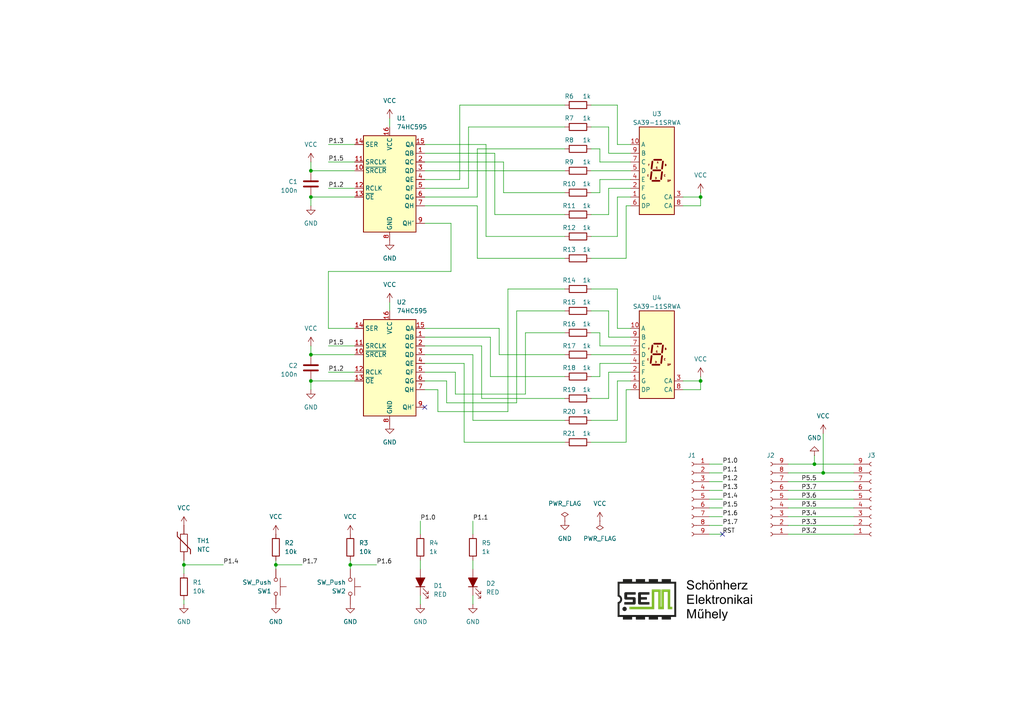
<source format=kicad_sch>
(kicad_sch (version 20231120) (generator "eeschema") (generator_version "8.0")
  (paper "A4")
  (title_block (title "SEM tanfolyam alappanel") (rev "A"))
  (lib_symbols
    (symbol "74xx:74HC595"
      (property "Reference" "U" (at -7.62 13.97 0))
      (property "Value" "74HC595" (at -7.62 -16.51 0))
      (symbol "74HC595_1_0"
        (pin tri_state line (at 10.16 7.62 180) (length 2.54) (name "QB") (number "1"))
        (pin input line (at -10.16 2.54 0) (length 2.54) (name "~{SRCLR}") (number "10"))
        (pin input line (at -10.16 5.08 0) (length 2.54) (name "SRCLK") (number "11"))
        (pin input line (at -10.16 -2.54 0) (length 2.54) (name "RCLK") (number "12"))
        (pin input line (at -10.16 -5.08 0) (length 2.54) (name "~{OE}") (number "13"))
        (pin input line (at -10.16 10.16 0) (length 2.54) (name "SER") (number "14"))
        (pin tri_state line (at 10.16 10.16 180) (length 2.54) (name "QA") (number "15"))
        (pin power_in line (at 0 15.24 270) (length 2.54) (name "VCC") (number "16"))
        (pin tri_state line (at 10.16 5.08 180) (length 2.54) (name "QC") (number "2"))
        (pin tri_state line (at 10.16 2.54 180) (length 2.54) (name "QD") (number "3"))
        (pin tri_state line (at 10.16 0 180) (length 2.54) (name "QE") (number "4"))
        (pin tri_state line (at 10.16 -2.54 180) (length 2.54) (name "QF") (number "5"))
        (pin tri_state line (at 10.16 -5.08 180) (length 2.54) (name "QG") (number "6"))
        (pin tri_state line (at 10.16 -7.62 180) (length 2.54) (name "QH") (number "7"))
        (pin power_in line (at 0 -17.78 90) (length 2.54) (name "GND") (number "8"))
        (pin output line (at 10.16 -12.7 180) (length 2.54) (name "QH'") (number "9"))
      )
      (symbol "74HC595_1_1"
        (rectangle (start -7.62 12.7) (end 7.62 -15.24) (stroke (width 0.254)) (fill (type background)))
      )
    )
    (symbol "Connector:Conn_01x09_Socket" (pin_names (offset 1.016) hide)
      (property "Reference" "J" (at 0 12.7 0))
      (property "Value" "Conn_01x09_Socket" (at 0 -12.7 0))
      (symbol "Conn_01x09_Socket_1_1"
        (arc (start 0 -9.652) (mid -0.5058 -10.16) (end 0 -10.668) (stroke (width 0.1524)))
        (arc (start 0 -7.112) (mid -0.5058 -7.62) (end 0 -8.128) (stroke (width 0.1524)))
        (arc (start 0 -4.572) (mid -0.5058 -5.08) (end 0 -5.588) (stroke (width 0.1524)))
        (arc (start 0 -2.032) (mid -0.5058 -2.54) (end 0 -3.048) (stroke (width 0.1524)))
        (polyline (pts (xy -1.27 -10.16) (xy -0.508 -10.16)) (stroke (width 0.1524)))
        (polyline (pts (xy -1.27 -7.62) (xy -0.508 -7.62)) (stroke (width 0.1524)))
        (polyline (pts (xy -1.27 -5.08) (xy -0.508 -5.08)) (stroke (width 0.1524)))
        (polyline (pts (xy -1.27 -2.54) (xy -0.508 -2.54)) (stroke (width 0.1524)))
        (polyline (pts (xy -1.27 0) (xy -0.508 0)) (stroke (width 0.1524)))
        (polyline (pts (xy -1.27 2.54) (xy -0.508 2.54)) (stroke (width 0.1524)))
        (polyline (pts (xy -1.27 5.08) (xy -0.508 5.08)) (stroke (width 0.1524)))
        (polyline (pts (xy -1.27 7.62) (xy -0.508 7.62)) (stroke (width 0.1524)))
        (polyline (pts (xy -1.27 10.16) (xy -0.508 10.16)) (stroke (width 0.1524)))
        (arc (start 0 0.508) (mid -0.5058 0) (end 0 -0.508) (stroke (width 0.1524)))
        (arc (start 0 3.048) (mid -0.5058 2.54) (end 0 2.032) (stroke (width 0.1524)))
        (arc (start 0 5.588) (mid -0.5058 5.08) (end 0 4.572) (stroke (width 0.1524)))
        (arc (start 0 8.128) (mid -0.5058 7.62) (end 0 7.112) (stroke (width 0.1524)))
        (arc (start 0 10.668) (mid -0.5058 10.16) (end 0 9.652) (stroke (width 0.1524)))
        (pin passive line (at -5.08 10.16 0) (length 3.81) (name "Pin_1") (number "1"))
        (pin passive line (at -5.08 7.62 0) (length 3.81) (name "Pin_2") (number "2"))
        (pin passive line (at -5.08 5.08 0) (length 3.81) (name "Pin_3") (number "3"))
        (pin passive line (at -5.08 2.54 0) (length 3.81) (name "Pin_4") (number "4"))
        (pin passive line (at -5.08 0 0) (length 3.81) (name "Pin_5") (number "5"))
        (pin passive line (at -5.08 -2.54 0) (length 3.81) (name "Pin_6") (number "6"))
        (pin passive line (at -5.08 -5.08 0) (length 3.81) (name "Pin_7") (number "7"))
        (pin passive line (at -5.08 -7.62 0) (length 3.81) (name "Pin_8") (number "8"))
        (pin passive line (at -5.08 -10.16 0) (length 3.81) (name "Pin_9") (number "9"))
      )
    )
    (symbol "Device:C" (pin_numbers hide) (pin_names (offset 0.254))
      (property "Reference" "C" (at 0.635 2.54 0))
      (property "Value" "C" (at 0.635 -2.54 0))
      (symbol "C_0_1"
        (polyline (pts (xy -2.032 -0.762) (xy 2.032 -0.762)) (stroke (width 0.508)))
        (polyline (pts (xy -2.032 0.762) (xy 2.032 0.762)) (stroke (width 0.508)))
      )
      (symbol "C_1_1"
        (pin passive line (at 0 3.81 270) (length 2.794) (name "~") (number "1"))
        (pin passive line (at 0 -3.81 90) (length 2.794) (name "~") (number "2"))
      )
    )
    (symbol "Device:LED_Filled" (pin_numbers hide) (pin_names (offset 1.016) hide)
      (property "Reference" "D" (at 0 2.54 0))
      (property "Value" "LED_Filled" (at 0 -2.54 0))
      (symbol "LED_Filled_0_1"
        (polyline (pts (xy -1.27 -1.27) (xy -1.27 1.27)) (stroke (width 0.254)))
        (polyline (pts (xy -1.27 0) (xy 1.27 0)))
        (polyline (pts (xy 1.27 -1.27) (xy 1.27 1.27) (xy -1.27 0) (xy 1.27 -1.27)) (stroke (width 0.254)) (fill (type outline)))
        (polyline (pts (xy -3.048 -0.762) (xy -4.572 -2.286) (xy -3.81 -2.286) (xy -4.572 -2.286) (xy -4.572 -1.524)))
        (polyline (pts (xy -1.778 -0.762) (xy -3.302 -2.286) (xy -2.54 -2.286) (xy -3.302 -2.286) (xy -3.302 -1.524)))
      )
      (symbol "LED_Filled_1_1"
        (pin passive line (at -3.81 0 0) (length 2.54) (name "K") (number "1"))
        (pin passive line (at 3.81 0 180) (length 2.54) (name "A") (number "2"))
      )
    )
    (symbol "Device:R" (pin_numbers hide) (pin_names (offset 0))
      (property "Reference" "R" (at 2.032 0 90))
      (property "Value" "R" (at 0 0 90))
      (symbol "R_0_1"
        (rectangle (start -1.016 -2.54) (end 1.016 2.54) (stroke (width 0.254)))
      )
      (symbol "R_1_1"
        (pin passive line (at 0 3.81 270) (length 1.27) (name "~") (number "1"))
        (pin passive line (at 0 -3.81 90) (length 1.27) (name "~") (number "2"))
      )
    )
    (symbol "Device:Thermistor" (pin_numbers hide) (pin_names (offset 0))
      (property "Reference" "TH" (at 2.54 1.27 90))
      (property "Value" "Thermistor" (at -2.54 0 90))
      (symbol "Thermistor_0_1"
        (rectangle (start -1.016 2.54) (end 1.016 -2.54) (stroke (width 0.2032)))
        (polyline (pts (xy -1.905 3.175) (xy -1.905 1.905) (xy 1.905 -1.905) (xy 1.905 -3.175) (xy 1.905 -3.175)) (stroke (width 0.254)))
      )
      (symbol "Thermistor_1_1"
        (pin passive line (at 0 5.08 270) (length 2.54) (name "~") (number "1"))
        (pin passive line (at 0 -5.08 90) (length 2.54) (name "~") (number "2"))
      )
    )
    (symbol "Display_Character:SA39-11SRWA"
      (property "Reference" "U" (at -3.81 13.97 0))
      (property "Value" "SA39-11SRWA" (at 6.35 13.97 0))
      (symbol "SA39-11SRWA_1_0"
        (text "A" (at 0.254 2.413 0) (effects (font (size 0.508 0.508))))
        (text "B" (at 2.54 1.651 0) (effects (font (size 0.508 0.508))))
        (text "C" (at 2.286 -1.397 0) (effects (font (size 0.508 0.508))))
        (text "D" (at -0.254 -2.159 0) (effects (font (size 0.508 0.508))))
        (text "DP" (at 3.556 -2.921 0) (effects (font (size 0.508 0.508))))
        (text "E" (at -2.54 -1.397 0) (effects (font (size 0.508 0.508))))
        (text "F" (at -2.286 1.651 0) (effects (font (size 0.508 0.508))))
        (text "G" (at 0 0.889 0) (effects (font (size 0.508 0.508))))
      )
      (symbol "SA39-11SRWA_1_1"
        (rectangle (start -5.08 12.7) (end 5.08 -12.7) (stroke (width 0.254)) (fill (type background)))
        (polyline (pts (xy -1.524 -0.381) (xy -1.778 -2.413)) (stroke (width 0.508)))
        (polyline (pts (xy -1.27 -2.921) (xy 0.762 -2.921)) (stroke (width 0.508)))
        (polyline (pts (xy -1.27 2.667) (xy -1.524 0.635)) (stroke (width 0.508)))
        (polyline (pts (xy -1.016 0.127) (xy 1.016 0.127)) (stroke (width 0.508)))
        (polyline (pts (xy -0.762 3.175) (xy 1.27 3.175)) (stroke (width 0.508)))
        (polyline (pts (xy 1.524 -0.381) (xy 1.27 -2.413)) (stroke (width 0.508)))
        (polyline (pts (xy 1.778 2.667) (xy 1.524 0.635)) (stroke (width 0.508)))
        (polyline (pts (xy 2.54 -2.921) (xy 2.54 -2.921)) (stroke (width 0.508)))
        (pin input line (at -7.62 -7.62 0) (length 2.54) (name "G") (number "1"))
        (pin input line (at -7.62 7.62 0) (length 2.54) (name "A") (number "10"))
        (pin input line (at -7.62 -5.08 0) (length 2.54) (name "F") (number "2"))
        (pin input line (at 7.62 -7.62 180) (length 2.54) (name "CA") (number "3"))
        (pin input line (at -7.62 -2.54 0) (length 2.54) (name "E") (number "4"))
        (pin input line (at -7.62 0 0) (length 2.54) (name "D") (number "5"))
        (pin input line (at -7.62 -10.16 0) (length 2.54) (name "DP") (number "6"))
        (pin input line (at -7.62 2.54 0) (length 2.54) (name "C") (number "7"))
        (pin input line (at 7.62 -10.16 180) (length 2.54) (name "CA") (number "8"))
        (pin input line (at -7.62 5.08 0) (length 2.54) (name "B") (number "9"))
      )
    )
    (symbol "Switch:SW_Push" (pin_numbers hide) (pin_names (offset 1.016) hide)
      (property "Reference" "SW" (at 1.27 2.54 0))
      (property "Value" "SW_Push" (at 0 -1.524 0))
      (symbol "SW_Push_0_1"
        (circle (center -2.032 0) (radius 0.508))
        (polyline (pts (xy 0 1.27) (xy 0 3.048)))
        (polyline (pts (xy 2.54 1.27) (xy -2.54 1.27)))
        (circle (center 2.032 0) (radius 0.508))
        (pin passive line (at -5.08 0 0) (length 2.54) (name "1") (number "1"))
        (pin passive line (at 5.08 0 180) (length 2.54) (name "2") (number "2"))
      )
    )
    (symbol "power:GND" (power) (pin_numbers hide) (pin_names (offset 0) hide)
      (property "Value" "GND" (at 0 -3.81 0))
      (symbol "GND_0_1"
        (polyline (pts (xy 0 0) (xy 0 -1.27) (xy 1.27 -1.27) (xy 0 -2.54) (xy -1.27 -1.27) (xy 0 -1.27)))
      )
      (symbol "GND_1_1"
        (pin power_in line (at 0 0 270) (length 0) (name "~") (number "1"))
      )
    )
    (symbol "power:PWR_FLAG" (power) (pin_numbers hide) (pin_names (offset 0) hide)
      (property "Value" "PWR_FLAG" (at 0 3.81 0))
      (symbol "PWR_FLAG_0_0"
        (pin power_out line (at 0 0 90) (length 0) (name "~") (number "1"))
      )
      (symbol "PWR_FLAG_0_1"
        (polyline (pts (xy 0 0) (xy 0 1.27) (xy -1.016 1.905) (xy 0 2.54) (xy 1.016 1.905) (xy 0 1.27)))
      )
    )
    (symbol "power:VCC" (power) (pin_numbers hide) (pin_names (offset 0) hide)
      (property "Value" "VCC" (at 0 3.556 0))
      (symbol "VCC_0_1"
        (polyline (pts (xy -0.762 1.27) (xy 0 2.54)))
        (polyline (pts (xy 0 0) (xy 0 2.54)))
        (polyline (pts (xy 0 2.54) (xy 0.762 1.27)))
      )
      (symbol "VCC_1_1"
        (pin power_in line (at 0 0 90) (length 0) (name "~") (number "1"))
      )
    )
  )
  (junction (at 90.17 57.15))
  (junction (at 203.2 57.15))
  (junction (at 238.76 137.16))
  (junction (at 203.2 110.49))
  (junction (at 53.34 163.83))
  (junction (at 90.17 110.49))
  (junction (at 236.22 134.62))
  (junction (at 90.17 49.53))
  (junction (at 80.01 163.83))
  (junction (at 90.17 102.87))
  (junction (at 101.6 163.83))
  (no_connect (at 123.19 118.11))
  (no_connect (at 209.55 154.94))
  (wire (pts (xy 171.45 55.88) (xy 173.99 55.88)))
  (wire (pts (xy 171.45 121.92) (xy 179.07 121.92)))
  (wire (pts (xy 134.62 128.27) (xy 163.83 128.27)))
  (wire (pts (xy 198.12 110.49) (xy 203.2 110.49)))
  (wire (pts (xy 90.17 46.99) (xy 90.17 49.53)))
  (wire (pts (xy 90.17 49.53) (xy 102.87 49.53)))
  (wire (pts (xy 152.4 114.3) (xy 132.08 114.3)))
  (wire (pts (xy 80.01 163.83) (xy 87.63 163.83)))
  (wire (pts (xy 127 119.38) (xy 127 113.03)))
  (wire (pts (xy 90.17 102.87) (xy 102.87 102.87)))
  (wire (pts (xy 173.99 100.33) (xy 182.88 100.33)))
  (wire (pts (xy 102.87 110.49) (xy 90.17 110.49)))
  (wire (pts (xy 171.45 30.48) (xy 179.07 30.48)))
  (wire (pts (xy 80.01 163.83) (xy 80.01 165.1)))
  (wire (pts (xy 95.25 107.95) (xy 102.87 107.95)))
  (wire (pts (xy 171.45 90.17) (xy 176.53 90.17)))
  (wire (pts (xy 90.17 110.49) (xy 90.17 113.03)))
  (wire (pts (xy 95.25 78.74) (xy 95.25 95.25)))
  (wire (pts (xy 176.53 97.79) (xy 182.88 97.79)))
  (wire (pts (xy 139.7 115.57) (xy 163.83 115.57)))
  (wire (pts (xy 173.99 96.52) (xy 173.99 100.33)))
  (wire (pts (xy 121.92 172.72) (xy 121.92 175.26)))
  (wire (pts (xy 171.45 115.57) (xy 176.53 115.57)))
  (wire (pts (xy 179.07 30.48) (xy 179.07 41.91)))
  (wire (pts (xy 179.07 110.49) (xy 182.88 110.49)))
  (wire (pts (xy 53.34 162.56) (xy 53.34 163.83)))
  (wire (pts (xy 171.45 62.23) (xy 176.53 62.23)))
  (wire (pts (xy 121.92 151.13) (xy 121.92 154.94)))
  (wire (pts (xy 228.6 152.4) (xy 247.65 152.4)))
  (wire (pts (xy 152.4 96.52) (xy 152.4 114.3)))
  (wire (pts (xy 113.03 87.63) (xy 113.03 90.17)))
  (wire (pts (xy 205.74 147.32) (xy 209.55 147.32)))
  (wire (pts (xy 176.53 44.45) (xy 182.88 44.45)))
  (wire (pts (xy 181.61 59.69) (xy 182.88 59.69)))
  (wire (pts (xy 152.4 96.52) (xy 163.83 96.52)))
  (wire (pts (xy 236.22 134.62) (xy 228.6 134.62)))
  (wire (pts (xy 90.17 57.15) (xy 90.17 59.69)))
  (wire (pts (xy 101.6 162.56) (xy 101.6 163.83)))
  (wire (pts (xy 137.16 102.87) (xy 137.16 121.92)))
  (wire (pts (xy 179.07 57.15) (xy 182.88 57.15)))
  (wire (pts (xy 138.43 43.18) (xy 163.83 43.18)))
  (wire (pts (xy 238.76 137.16) (xy 228.6 137.16)))
  (wire (pts (xy 123.19 100.33) (xy 139.7 100.33)))
  (wire (pts (xy 132.08 114.3) (xy 132.08 107.95)))
  (wire (pts (xy 146.05 46.99) (xy 123.19 46.99)))
  (wire (pts (xy 205.74 144.78) (xy 209.55 144.78)))
  (wire (pts (xy 176.53 62.23) (xy 176.53 54.61)))
  (wire (pts (xy 198.12 57.15) (xy 203.2 57.15)))
  (wire (pts (xy 123.19 59.69) (xy 138.43 59.69)))
  (wire (pts (xy 203.2 110.49) (xy 203.2 109.22)))
  (wire (pts (xy 147.32 83.82) (xy 163.83 83.82)))
  (wire (pts (xy 138.43 74.93) (xy 163.83 74.93)))
  (wire (pts (xy 53.34 163.83) (xy 53.34 166.37)))
  (wire (pts (xy 130.81 64.77) (xy 130.81 78.74)))
  (wire (pts (xy 205.74 154.94) (xy 209.55 154.94)))
  (wire (pts (xy 137.16 102.87) (xy 123.19 102.87)))
  (wire (pts (xy 171.45 128.27) (xy 181.61 128.27)))
  (wire (pts (xy 137.16 172.72) (xy 137.16 175.26)))
  (wire (pts (xy 135.89 36.83) (xy 163.83 36.83)))
  (wire (pts (xy 138.43 57.15) (xy 138.43 43.18)))
  (wire (pts (xy 144.78 102.87) (xy 144.78 95.25)))
  (wire (pts (xy 205.74 134.62) (xy 209.55 134.62)))
  (wire (pts (xy 130.81 78.74) (xy 95.25 78.74)))
  (wire (pts (xy 149.86 116.84) (xy 129.54 116.84)))
  (wire (pts (xy 137.16 151.13) (xy 137.16 154.94)))
  (wire (pts (xy 101.6 163.83) (xy 109.22 163.83)))
  (wire (pts (xy 135.89 54.61) (xy 123.19 54.61)))
  (wire (pts (xy 132.08 107.95) (xy 123.19 107.95)))
  (wire (pts (xy 198.12 59.69) (xy 203.2 59.69)))
  (wire (pts (xy 95.25 54.61) (xy 102.87 54.61)))
  (wire (pts (xy 171.45 36.83) (xy 176.53 36.83)))
  (wire (pts (xy 123.19 64.77) (xy 130.81 64.77)))
  (wire (pts (xy 137.16 165.1) (xy 137.16 162.56)))
  (wire (pts (xy 149.86 90.17) (xy 163.83 90.17)))
  (wire (pts (xy 144.78 95.25) (xy 123.19 95.25)))
  (wire (pts (xy 142.24 97.79) (xy 123.19 97.79)))
  (wire (pts (xy 238.76 125.73) (xy 238.76 137.16)))
  (wire (pts (xy 133.35 52.07) (xy 133.35 30.48)))
  (wire (pts (xy 123.19 110.49) (xy 129.54 110.49)))
  (wire (pts (xy 173.99 52.07) (xy 182.88 52.07)))
  (wire (pts (xy 163.83 102.87) (xy 144.78 102.87)))
  (wire (pts (xy 143.51 44.45) (xy 123.19 44.45)))
  (wire (pts (xy 179.07 41.91) (xy 182.88 41.91)))
  (wire (pts (xy 90.17 100.33) (xy 90.17 102.87)))
  (wire (pts (xy 123.19 52.07) (xy 133.35 52.07)))
  (wire (pts (xy 95.25 46.99) (xy 102.87 46.99)))
  (wire (pts (xy 171.45 83.82) (xy 179.07 83.82)))
  (wire (pts (xy 176.53 90.17) (xy 176.53 97.79)))
  (wire (pts (xy 198.12 113.03) (xy 203.2 113.03)))
  (wire (pts (xy 181.61 128.27) (xy 181.61 113.03)))
  (wire (pts (xy 173.99 55.88) (xy 173.99 52.07)))
  (wire (pts (xy 171.45 74.93) (xy 181.61 74.93)))
  (wire (pts (xy 228.6 139.7) (xy 247.65 139.7)))
  (wire (pts (xy 173.99 43.18) (xy 173.99 46.99)))
  (wire (pts (xy 205.74 152.4) (xy 209.55 152.4)))
  (wire (pts (xy 228.6 154.94) (xy 247.65 154.94)))
  (wire (pts (xy 147.32 119.38) (xy 127 119.38)))
  (wire (pts (xy 95.25 41.91) (xy 102.87 41.91)))
  (wire (pts (xy 236.22 134.62) (xy 236.22 132.08)))
  (wire (pts (xy 228.6 144.78) (xy 247.65 144.78)))
  (wire (pts (xy 133.35 30.48) (xy 163.83 30.48)))
  (wire (pts (xy 146.05 46.99) (xy 146.05 55.88)))
  (wire (pts (xy 228.6 149.86) (xy 247.65 149.86)))
  (wire (pts (xy 102.87 57.15) (xy 90.17 57.15)))
  (wire (pts (xy 127 113.03) (xy 123.19 113.03)))
  (wire (pts (xy 121.92 165.1) (xy 121.92 162.56)))
  (wire (pts (xy 53.34 163.83) (xy 64.77 163.83)))
  (wire (pts (xy 171.45 102.87) (xy 182.88 102.87)))
  (wire (pts (xy 205.74 149.86) (xy 209.55 149.86)))
  (wire (pts (xy 203.2 59.69) (xy 203.2 57.15)))
  (wire (pts (xy 179.07 83.82) (xy 179.07 95.25)))
  (wire (pts (xy 80.01 162.56) (xy 80.01 163.83)))
  (wire (pts (xy 134.62 105.41) (xy 134.62 128.27)))
  (wire (pts (xy 176.53 107.95) (xy 182.88 107.95)))
  (wire (pts (xy 137.16 121.92) (xy 163.83 121.92)))
  (wire (pts (xy 171.45 96.52) (xy 173.99 96.52)))
  (wire (pts (xy 205.74 139.7) (xy 209.55 139.7)))
  (wire (pts (xy 171.45 109.22) (xy 173.99 109.22)))
  (wire (pts (xy 203.2 113.03) (xy 203.2 110.49)))
  (wire (pts (xy 179.07 68.58) (xy 179.07 57.15)))
  (wire (pts (xy 176.53 115.57) (xy 176.53 107.95)))
  (wire (pts (xy 181.61 74.93) (xy 181.61 59.69)))
  (wire (pts (xy 143.51 62.23) (xy 163.83 62.23)))
  (wire (pts (xy 135.89 36.83) (xy 135.89 54.61)))
  (wire (pts (xy 95.25 100.33) (xy 102.87 100.33)))
  (wire (pts (xy 101.6 163.83) (xy 101.6 165.1)))
  (wire (pts (xy 171.45 68.58) (xy 179.07 68.58)))
  (wire (pts (xy 53.34 173.99) (xy 53.34 175.26)))
  (wire (pts (xy 179.07 95.25) (xy 182.88 95.25)))
  (wire (pts (xy 147.32 83.82) (xy 147.32 119.38)))
  (wire (pts (xy 171.45 49.53) (xy 182.88 49.53)))
  (wire (pts (xy 173.99 109.22) (xy 173.99 105.41)))
  (wire (pts (xy 176.53 54.61) (xy 182.88 54.61)))
  (wire (pts (xy 113.03 34.29) (xy 113.03 36.83)))
  (wire (pts (xy 142.24 109.22) (xy 163.83 109.22)))
  (wire (pts (xy 171.45 43.18) (xy 173.99 43.18)))
  (wire (pts (xy 205.74 142.24) (xy 209.55 142.24)))
  (wire (pts (xy 228.6 147.32) (xy 247.65 147.32)))
  (wire (pts (xy 173.99 46.99) (xy 182.88 46.99)))
  (wire (pts (xy 149.86 90.17) (xy 149.86 116.84)))
  (wire (pts (xy 143.51 44.45) (xy 143.51 62.23)))
  (wire (pts (xy 138.43 59.69) (xy 138.43 74.93)))
  (wire (pts (xy 205.74 137.16) (xy 209.55 137.16)))
  (wire (pts (xy 181.61 113.03) (xy 182.88 113.03)))
  (wire (pts (xy 139.7 100.33) (xy 139.7 115.57)))
  (wire (pts (xy 203.2 57.15) (xy 203.2 55.88)))
  (wire (pts (xy 179.07 121.92) (xy 179.07 110.49)))
  (wire (pts (xy 140.97 41.91) (xy 140.97 68.58)))
  (wire (pts (xy 146.05 55.88) (xy 163.83 55.88)))
  (wire (pts (xy 95.25 95.25) (xy 102.87 95.25)))
  (wire (pts (xy 129.54 116.84) (xy 129.54 110.49)))
  (wire (pts (xy 176.53 36.83) (xy 176.53 44.45)))
  (wire (pts (xy 123.19 49.53) (xy 163.83 49.53)))
  (wire (pts (xy 142.24 109.22) (xy 142.24 97.79)))
  (wire (pts (xy 236.22 134.62) (xy 247.65 134.62)))
  (wire (pts (xy 228.6 142.24) (xy 247.65 142.24)))
  (wire (pts (xy 173.99 105.41) (xy 182.88 105.41)))
  (wire (pts (xy 140.97 41.91) (xy 123.19 41.91)))
  (wire (pts (xy 123.19 105.41) (xy 134.62 105.41)))
  (wire (pts (xy 140.97 68.58) (xy 163.83 68.58)))
  (wire (pts (xy 123.19 57.15) (xy 138.43 57.15)))
  (wire (pts (xy 238.76 137.16) (xy 247.65 137.16)))
  (image (at 199.39 173.99) (scale 0.135674))
  (label "P1.2" (at 209.55 139.7 0))
  (label "P1.1" (at 209.55 137.16 0))
  (label "P1.5" (at 95.25 46.99 0))
  (label "P1.1" (at 137.16 151.13 0))
  (label "P1.5" (at 209.55 147.32 0))
  (label "P1.2" (at 95.25 54.61 0))
  (label "P1.7" (at 209.55 152.4 0))
  (label "P1.2" (at 95.25 107.95 0))
  (label "P1.4" (at 209.55 144.78 0))
  (label "P3.6" (at 232.41 144.78 0))
  (label "P3.7" (at 232.41 142.24 0))
  (label "P3.4" (at 232.41 149.86 0))
  (label "P1.5" (at 95.25 100.33 0))
  (label "P1.7" (at 87.63 163.83 0))
  (label "P1.3" (at 95.25 41.91 0))
  (label "P1.6" (at 209.55 149.86 0))
  (label "RST" (at 209.55 154.94 0))
  (label "P3.3" (at 232.41 152.4 0))
  (label "P1.3" (at 209.55 142.24 0))
  (label "P1.0" (at 209.55 134.62 0))
  (label "P1.0" (at 121.92 151.13 0))
  (label "P3.5" (at 232.41 147.32 0))
  (label "P1.6" (at 109.22 163.83 0))
  (label "P1.4" (at 64.77 163.83 0))
  (label "P3.2" (at 232.41 154.94 0))
  (label "P5.5" (at 232.41 139.7 0))
  (symbol (lib_id "Display_Character:SA39-11SRWA") (at 190.5 49.53 0) (unit 1)
    (property "Reference" "U3" (at 190.5 33.02 0))
    (property "Value" "SA39-11SRWA" (at 190.5 35.56 0))
    (property "Footprint" "Display_7Segment:Sx39-1xxxxx" (effects (hide yes)))
    (property "Datasheet" "http://www.kingbrightusa.com/images/catalog/SPEC/sa39-11srwa.pdf" (effects (hide yes)))
  )
  (symbol (lib_id "Device:R") (at 80.01 158.75 0) (unit 1)
    (property "Reference" "R2" (at 82.55 157.4799 0) (effects (justify left)))
    (property "Value" "10k" (at 82.55 160.0199 0) (effects (justify left)))
    (property "Footprint" "Resistor_SMD:R_1206_3216Metric_Pad1.30x1.75mm_HandSolder" (effects (hide yes)))
  )
  (symbol (lib_id "Display_Character:SA39-11SRWA") (at 190.5 102.87 0) (unit 1)
    (property "Reference" "U4" (at 190.5 86.36 0))
    (property "Value" "SA39-11SRWA" (at 190.5 88.9 0))
    (property "Footprint" "Display_7Segment:Sx39-1xxxxx" (effects (hide yes)))
    (property "Datasheet" "http://www.kingbrightusa.com/images/catalog/SPEC/sa39-11srwa.pdf" (effects (hide yes)))
  )
  (symbol (lib_id "Device:R") (at 167.64 96.52 90) (unit 1)
    (property "Reference" "R16" (at 165.1 93.98 90))
    (property "Value" "1k" (at 170.18 93.98 90))
    (property "Footprint" "Resistor_SMD:R_1206_3216Metric_Pad1.30x1.75mm_HandSolder" (effects (hide yes)))
  )
  (symbol (lib_id "Device:R") (at 167.64 68.58 90) (unit 1)
    (property "Reference" "R12" (at 165.1 66.04 90))
    (property "Value" "1k" (at 170.18 66.04 90))
    (property "Footprint" "Resistor_SMD:R_1206_3216Metric_Pad1.30x1.75mm_HandSolder" (effects (hide yes)))
  )
  (symbol (lib_id "power:VCC") (at 203.2 55.88 0) (unit 1)
    (property "Reference" "#PWR03" (effects (hide yes)))
    (property "Value" "VCC" (at 203.2 50.8 0))
    (property "Description" "Power symbol creates a global label with name \"VCC\"" (effects (hide yes)))
  )
  (symbol (lib_id "power:GND") (at 121.92 175.26 0) (unit 1)
    (property "Reference" "#PWR015" (effects (hide yes)))
    (property "Value" "GND" (at 121.92 180.34 0))
    (property "Description" "Power symbol creates a global label with name \"GND\" , ground" (effects (hide yes)))
  )
  (symbol (lib_id "power:VCC") (at 90.17 100.33 0) (unit 1)
    (property "Reference" "#PWR011" (effects (hide yes)))
    (property "Value" "VCC" (at 90.17 95.25 0))
    (property "Description" "Power symbol creates a global label with name \"VCC\"" (effects (hide yes)))
  )
  (symbol (lib_id "power:GND") (at 90.17 59.69 0) (unit 1)
    (property "Reference" "#PWR02" (effects (hide yes)))
    (property "Value" "GND" (at 90.17 64.77 0))
    (property "Description" "Power symbol creates a global label with name \"GND\" , ground" (effects (hide yes)))
  )
  (symbol (lib_id "Device:R") (at 167.64 83.82 90) (unit 1)
    (property "Reference" "R14" (at 165.1 81.28 90))
    (property "Value" "1k" (at 170.18 81.28 90))
    (property "Footprint" "Resistor_SMD:R_1206_3216Metric_Pad1.30x1.75mm_HandSolder" (effects (hide yes)))
  )
  (symbol (lib_id "Device:LED_Filled") (at 137.16 168.91 90) (unit 1)
    (property "Reference" "D2" (at 140.97 169.2274 90) (effects (justify right)))
    (property "Value" "RED" (at 140.97 171.7674 90) (effects (justify right)))
    (property "Footprint" "LED_THT:LED_D5.0mm" (effects (hide yes)))
  )
  (symbol (lib_id "Connector:Conn_01x09_Socket") (at 200.66 144.78 0) (mirror y) (unit 1)
    (property "Reference" "J1" (at 200.66 132.08 0))
    (property "Value" "Connector" (effects (hide yes)))
    (property "Footprint" "Connector_PinSocket_2.54mm:PinSocket_1x09_P2.54mm_Vertical" (effects (hide yes)))
  )
  (symbol (lib_id "power:VCC") (at 173.99 151.13 0) (unit 1)
    (property "Reference" "#PWR022" (effects (hide yes)))
    (property "Value" "VCC" (at 173.99 146.05 0))
    (property "Description" "Power symbol creates a global label with name \"VCC\"" (effects (hide yes)))
  )
  (symbol (lib_id "power:VCC") (at 203.2 109.22 0) (unit 1)
    (property "Reference" "#PWR01" (effects (hide yes)))
    (property "Value" "VCC" (at 203.2 104.14 0))
    (property "Description" "Power symbol creates a global label with name \"VCC\"" (effects (hide yes)))
  )
  (symbol (lib_id "power:VCC") (at 113.03 34.29 0) (unit 1)
    (property "Reference" "#PWR05" (effects (hide yes)))
    (property "Value" "VCC" (at 113.03 29.21 0))
    (property "Description" "Power symbol creates a global label with name \"VCC\"" (effects (hide yes)))
  )
  (symbol (lib_id "Device:R") (at 167.64 43.18 90) (unit 1)
    (property "Reference" "R8" (at 165.1 40.64 90))
    (property "Value" "1k" (at 170.18 40.64 90))
    (property "Footprint" "Resistor_SMD:R_1206_3216Metric_Pad1.30x1.75mm_HandSolder" (effects (hide yes)))
  )
  (symbol (lib_id "power:GND") (at 90.17 113.03 0) (unit 1)
    (property "Reference" "#PWR06" (effects (hide yes)))
    (property "Value" "GND" (at 90.17 118.11 0))
    (property "Description" "Power symbol creates a global label with name \"GND\" , ground" (effects (hide yes)))
  )
  (symbol (lib_id "Device:R") (at 167.64 121.92 90) (unit 1)
    (property "Reference" "R20" (at 165.1 119.38 90))
    (property "Value" "1k" (at 170.18 119.38 90))
    (property "Footprint" "Resistor_SMD:R_1206_3216Metric_Pad1.30x1.75mm_HandSolder" (effects (hide yes)))
  )
  (symbol (lib_id "Connector:Conn_01x09_Socket") (at 252.73 144.78 0) (mirror x) (unit 1)
    (property "Reference" "J3" (at 252.73 132.08 0))
    (property "Value" "Connector" (effects (hide yes)))
    (property "Footprint" "Connector_PinHeader_2.54mm:PinHeader_1x09_P2.54mm_Vertical" (effects (hide yes)))
  )
  (symbol (lib_id "power:GND") (at 53.34 175.26 0) (unit 1)
    (property "Reference" "#PWR021" (effects (hide yes)))
    (property "Value" "GND" (at 53.34 180.34 0))
    (property "Description" "Power symbol creates a global label with name \"GND\" , ground" (effects (hide yes)))
  )
  (symbol (lib_id "power:PWR_FLAG") (at 163.83 151.13 0) (unit 1)
    (property "Reference" "#FLG02" (effects (hide yes)))
    (property "Value" "PWR_FLAG" (at 163.83 146.05 0))
    (property "Description" "Special symbol for telling ERC where power comes from" (effects (hide yes)))
  )
  (symbol (lib_id "Device:R") (at 121.92 158.75 0) (unit 1)
    (property "Reference" "R4" (at 124.46 157.4799 0) (effects (justify left)))
    (property "Value" "1k" (at 124.46 160.0199 0) (effects (justify left)))
    (property "Footprint" "Resistor_SMD:R_1206_3216Metric_Pad1.30x1.75mm_HandSolder" (effects (hide yes)))
  )
  (symbol (lib_id "Device:C") (at 90.17 53.34 0) (unit 1)
    (property "Reference" "C1" (at 86.36 52.705 0) (effects (justify right)))
    (property "Value" "100n" (at 86.36 55.245 0) (effects (justify right)))
    (property "Footprint" "Capacitor_SMD:C_1206_3216Metric_Pad1.33x1.80mm_HandSolder" (effects (hide yes)))
  )
  (symbol (lib_id "Device:R") (at 101.6 158.75 0) (unit 1)
    (property "Reference" "R3" (at 104.14 157.4799 0) (effects (justify left)))
    (property "Value" "10k" (at 104.14 160.0199 0) (effects (justify left)))
    (property "Footprint" "Resistor_SMD:R_1206_3216Metric_Pad1.30x1.75mm_HandSolder" (effects (hide yes)))
  )
  (symbol (lib_id "Connector:Conn_01x09_Socket") (at 223.52 144.78 180) (unit 1)
    (property "Reference" "J2" (at 223.52 132.08 0))
    (property "Value" "Connector" (effects (hide yes)))
    (property "Footprint" "Connector_PinSocket_2.54mm:PinSocket_1x09_P2.54mm_Vertical" (effects (hide yes)))
  )
  (symbol (lib_id "Device:R") (at 167.64 128.27 90) (unit 1)
    (property "Reference" "R21" (at 165.1 125.73 90))
    (property "Value" "1k" (at 170.18 125.73 90))
    (property "Footprint" "Resistor_SMD:R_1206_3216Metric_Pad1.30x1.75mm_HandSolder" (effects (hide yes)))
  )
  (symbol (lib_id "Device:R") (at 167.64 102.87 90) (unit 1)
    (property "Reference" "R17" (at 165.1 100.33 90))
    (property "Value" "1k" (at 170.18 100.33 90))
    (property "Footprint" "Resistor_SMD:R_1206_3216Metric_Pad1.30x1.75mm_HandSolder" (effects (hide yes)))
  )
  (symbol (lib_id "Device:R") (at 167.64 115.57 90) (unit 1)
    (property "Reference" "R19" (at 165.1 113.03 90))
    (property "Value" "1k" (at 170.18 113.03 90))
    (property "Footprint" "Resistor_SMD:R_1206_3216Metric_Pad1.30x1.75mm_HandSolder" (effects (hide yes)))
  )
  (symbol (lib_id "Device:R") (at 167.64 109.22 90) (unit 1)
    (property "Reference" "R18" (at 165.1 106.68 90))
    (property "Value" "1k" (at 170.18 106.68 90))
    (property "Footprint" "Resistor_SMD:R_1206_3216Metric_Pad1.30x1.75mm_HandSolder" (effects (hide yes)))
  )
  (symbol (lib_id "Device:LED_Filled") (at 121.92 168.91 90) (unit 1)
    (property "Reference" "D1" (at 125.73 169.8625 90) (effects (justify right)))
    (property "Value" "RED" (at 125.73 172.4025 90) (effects (justify right)))
    (property "Footprint" "LED_THT:LED_D5.0mm" (effects (hide yes)))
  )
  (symbol (lib_id "power:GND") (at 113.03 69.85 0) (unit 1)
    (property "Reference" "#PWR04" (effects (hide yes)))
    (property "Value" "GND" (at 113.03 74.93 0))
    (property "Description" "Power symbol creates a global label with name \"GND\" , ground" (effects (hide yes)))
  )
  (symbol (lib_id "power:GND") (at 236.22 132.08 180) (unit 1)
    (property "Reference" "#PWR012" (effects (hide yes)))
    (property "Value" "GND" (at 236.22 127 0))
    (property "Description" "Power symbol creates a global label with name \"GND\" , ground" (effects (hide yes)))
  )
  (symbol (lib_id "Device:R") (at 167.64 62.23 90) (unit 1)
    (property "Reference" "R11" (at 165.1 59.69 90))
    (property "Value" "1k" (at 170.18 59.69 90))
    (property "Footprint" "Resistor_SMD:R_1206_3216Metric_Pad1.30x1.75mm_HandSolder" (effects (hide yes)))
  )
  (symbol (lib_id "Device:R") (at 167.64 36.83 90) (unit 1)
    (property "Reference" "R7" (at 165.1 34.29 90))
    (property "Value" "1k" (at 170.18 34.29 90))
    (property "Footprint" "Resistor_SMD:R_1206_3216Metric_Pad1.30x1.75mm_HandSolder" (effects (hide yes)))
  )
  (symbol (lib_id "Device:R") (at 167.64 55.88 90) (unit 1)
    (property "Reference" "R10" (at 165.1 53.34 90))
    (property "Value" "1k" (at 170.18 53.34 90))
    (property "Footprint" "Resistor_SMD:R_1206_3216Metric_Pad1.30x1.75mm_HandSolder" (effects (hide yes)))
  )
  (symbol (lib_id "power:GND") (at 80.01 175.26 0) (unit 1)
    (property "Reference" "#PWR019" (effects (hide yes)))
    (property "Value" "GND" (at 80.01 180.34 0))
    (property "Description" "Power symbol creates a global label with name \"GND\" , ground" (effects (hide yes)))
  )
  (symbol (lib_id "power:PWR_FLAG") (at 173.99 151.13 180) (unit 1)
    (property "Reference" "#FLG01" (effects (hide yes)))
    (property "Value" "PWR_FLAG" (at 173.99 156.21 0))
    (property "Description" "Special symbol for telling ERC where power comes from" (effects (hide yes)))
  )
  (symbol (lib_id "74xx:74HC595") (at 113.03 52.07 0) (unit 1)
    (property "Reference" "U1" (at 115.0494 34.29 0) (effects (justify left)))
    (property "Value" "74HC595" (at 115.0494 36.83 0) (effects (justify left)))
    (property "Footprint" "Package_SO:SOIC-16_3.9x9.9mm_P1.27mm" (effects (hide yes)))
    (property "Datasheet" "http://www.ti.com/lit/ds/symlink/sn74hc595.pdf" (effects (hide yes)))
  )
  (symbol (lib_id "Device:R") (at 167.64 90.17 90) (unit 1)
    (property "Reference" "R15" (at 165.1 87.63 90))
    (property "Value" "1k" (at 170.18 87.63 90))
    (property "Footprint" "Resistor_SMD:R_1206_3216Metric_Pad1.30x1.75mm_HandSolder" (effects (hide yes)))
  )
  (symbol (lib_id "power:GND") (at 137.16 175.26 0) (unit 1)
    (property "Reference" "#PWR014" (effects (hide yes)))
    (property "Value" "GND" (at 137.16 180.34 0))
    (property "Description" "Power symbol creates a global label with name \"GND\" , ground" (effects (hide yes)))
  )
  (symbol (lib_id "Device:C") (at 90.17 106.68 0) (unit 1)
    (property "Reference" "C2" (at 86.36 106.045 0) (effects (justify right)))
    (property "Value" "100n" (at 86.36 108.585 0) (effects (justify right)))
    (property "Footprint" "Capacitor_SMD:C_1206_3216Metric_Pad1.33x1.80mm_HandSolder" (effects (hide yes)))
  )
  (symbol (lib_id "74xx:74HC595") (at 113.03 105.41 0) (unit 1)
    (property "Reference" "U2" (at 115.0494 87.63 0) (effects (justify left)))
    (property "Value" "74HC595" (at 115.0494 90.17 0) (effects (justify left)))
    (property "Footprint" "Package_SO:SOIC-16_3.9x9.9mm_P1.27mm" (effects (hide yes)))
    (property "Datasheet" "http://www.ti.com/lit/ds/symlink/sn74hc595.pdf" (effects (hide yes)))
  )
  (symbol (lib_id "Device:R") (at 167.64 74.93 90) (unit 1)
    (property "Reference" "R13" (at 165.1 72.39 90))
    (property "Value" "1k" (at 170.18 72.39 90))
    (property "Footprint" "Resistor_SMD:R_1206_3216Metric_Pad1.30x1.75mm_HandSolder" (effects (hide yes)))
  )
  (symbol (lib_id "power:VCC") (at 80.01 154.94 0) (unit 1)
    (property "Reference" "#PWR018" (effects (hide yes)))
    (property "Value" "VCC" (at 80.01 149.86 0))
    (property "Description" "Power symbol creates a global label with name \"VCC\"" (effects (hide yes)))
  )
  (symbol (lib_id "Device:R") (at 167.64 30.48 90) (unit 1)
    (property "Reference" "R6" (at 165.1 27.94 90))
    (property "Value" "1k" (at 170.18 27.94 90))
    (property "Footprint" "Resistor_SMD:R_1206_3216Metric_Pad1.30x1.75mm_HandSolder" (effects (hide yes)))
  )
  (symbol (lib_id "Device:R") (at 167.64 49.53 90) (unit 1)
    (property "Reference" "R9" (at 165.1 46.99 90))
    (property "Value" "1k" (at 170.18 46.99 90))
    (property "Footprint" "Resistor_SMD:R_1206_3216Metric_Pad1.30x1.75mm_HandSolder" (effects (hide yes)))
  )
  (symbol (lib_id "power:GND") (at 101.6 175.26 0) (unit 1)
    (property "Reference" "#PWR016" (effects (hide yes)))
    (property "Value" "GND" (at 101.6 180.34 0))
    (property "Description" "Power symbol creates a global label with name \"GND\" , ground" (effects (hide yes)))
  )
  (symbol (lib_id "power:VCC") (at 238.76 125.73 0) (unit 1)
    (property "Reference" "#PWR020" (effects (hide yes)))
    (property "Value" "VCC" (at 238.76 120.65 0))
    (property "Description" "Power symbol creates a global label with name \"VCC\"" (effects (hide yes)))
  )
  (symbol (lib_id "Device:R") (at 137.16 158.75 0) (unit 1)
    (property "Reference" "R5" (at 139.7 157.4799 0) (effects (justify left)))
    (property "Value" "1k" (at 139.7 160.0199 0) (effects (justify left)))
    (property "Footprint" "Resistor_SMD:R_1206_3216Metric_Pad1.30x1.75mm_HandSolder" (effects (hide yes)))
  )
  (symbol (lib_id "Device:R") (at 53.34 170.18 0) (unit 1)
    (property "Reference" "R1" (at 55.88 168.9099 0) (effects (justify left)))
    (property "Value" "10k" (at 55.88 171.4499 0) (effects (justify left)))
    (property "Footprint" "Resistor_SMD:R_1206_3216Metric_Pad1.30x1.75mm_HandSolder" (effects (hide yes)))
  )
  (symbol (lib_id "power:VCC") (at 113.03 87.63 0) (unit 1)
    (property "Reference" "#PWR09" (effects (hide yes)))
    (property "Value" "VCC" (at 113.03 82.55 0))
    (property "Description" "Power symbol creates a global label with name \"VCC\"" (effects (hide yes)))
  )
  (symbol (lib_id "power:VCC") (at 53.34 152.4 0) (unit 1)
    (property "Reference" "#PWR013" (effects (hide yes)))
    (property "Value" "VCC" (at 53.34 147.32 0))
    (property "Description" "Power symbol creates a global label with name \"VCC\"" (effects (hide yes)))
  )
  (symbol (lib_id "power:GND") (at 113.03 123.19 0) (unit 1)
    (property "Reference" "#PWR08" (effects (hide yes)))
    (property "Value" "GND" (at 113.03 128.27 0))
    (property "Description" "Power symbol creates a global label with name \"GND\" , ground" (effects (hide yes)))
  )
  (symbol (lib_id "power:VCC") (at 90.17 46.99 0) (unit 1)
    (property "Reference" "#PWR07" (effects (hide yes)))
    (property "Value" "VCC" (at 90.17 41.91 0))
    (property "Description" "Power symbol creates a global label with name \"VCC\"" (effects (hide yes)))
  )
  (symbol (lib_id "Device:Thermistor") (at 53.34 157.48 0) (unit 1)
    (property "Reference" "TH1" (at 57.15 156.845 0) (effects (justify left)))
    (property "Value" "NTC" (at 57.15 159.385 0) (effects (justify left)))
    (property "Footprint" "Connector_PinHeader_2.54mm:PinHeader_1x02_P2.54mm_Vertical" (effects (hide yes)))
  )
  (symbol (lib_id "Switch:SW_Push") (at 101.6 170.18 270) (unit 1)
    (property "Reference" "SW2" (at 100.33 171.4501 90) (effects (justify right)))
    (property "Value" "SW_Push" (at 100.33 168.9101 90) (effects (justify right)))
    (property "Footprint" "Button_Switch_THT:SW_PUSH_6mm" (effects (hide yes)))
  )
  (symbol (lib_id "power:VCC") (at 101.6 154.94 0) (unit 1)
    (property "Reference" "#PWR017" (effects (hide yes)))
    (property "Value" "VCC" (at 101.6 149.86 0))
    (property "Description" "Power symbol creates a global label with name \"VCC\"" (effects (hide yes)))
  )
  (symbol (lib_id "power:GND") (at 163.83 151.13 0) (unit 1)
    (property "Reference" "#PWR010" (effects (hide yes)))
    (property "Value" "GND" (at 163.83 156.21 0))
    (property "Description" "Power symbol creates a global label with name \"GND\" , ground" (effects (hide yes)))
  )
  (symbol (lib_id "Switch:SW_Push") (at 80.01 170.18 270) (unit 1)
    (property "Reference" "SW1" (at 78.74 171.4501 90) (effects (justify right)))
    (property "Value" "SW_Push" (at 78.74 168.9101 90) (effects (justify right)))
    (property "Footprint" "Button_Switch_THT:SW_PUSH_6mm" (effects (hide yes)))
  )
)
</source>
